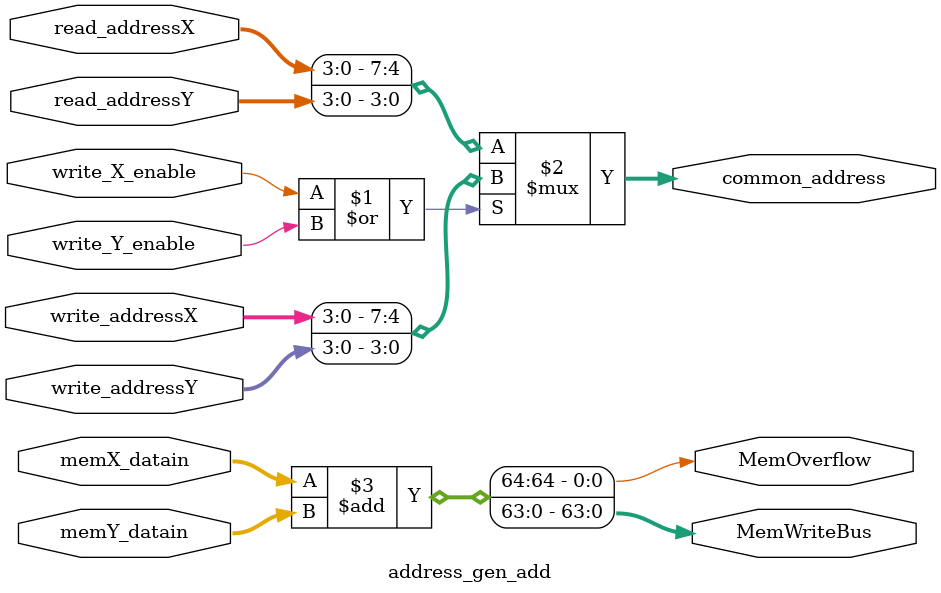
<source format=v>

module address_gen_add(read_addressX,read_addressY,write_addressX,write_addressY,write_X_enable, write_Y_enable,memX_datain,memY_datain,common_address,MemWriteBus,MemOverflow);

input write_X_enable,write_Y_enable;
input [3:0] read_addressX,read_addressY,write_addressX,write_addressY;


input [63:0] memX_datain,memY_datain;

output [7:0] common_address;
output [63:0] MemWriteBus;

output MemOverflow;



assign common_address = (write_X_enable|write_Y_enable)?{write_addressX,write_addressY}:{read_addressX,read_addressY};

assign {MemOverflow,MemWriteBus} = memX_datain + memY_datain;


endmodule

</source>
